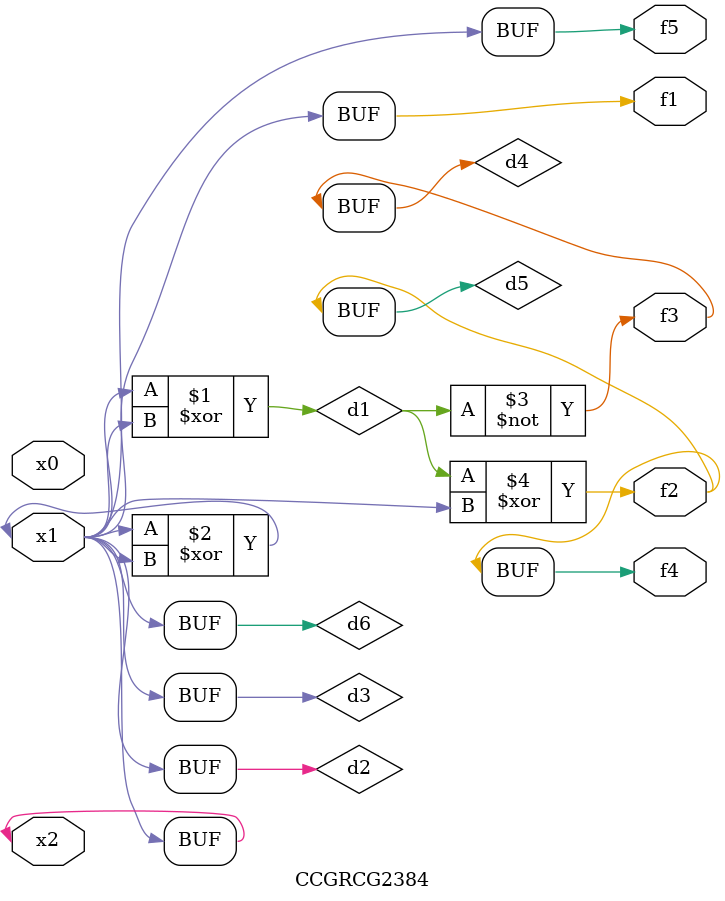
<source format=v>
module CCGRCG2384(
	input x0, x1, x2,
	output f1, f2, f3, f4, f5
);

	wire d1, d2, d3, d4, d5, d6;

	xor (d1, x1, x2);
	buf (d2, x1, x2);
	xor (d3, x1, x2);
	nor (d4, d1);
	xor (d5, d1, d2);
	buf (d6, d2, d3);
	assign f1 = d6;
	assign f2 = d5;
	assign f3 = d4;
	assign f4 = d5;
	assign f5 = d6;
endmodule

</source>
